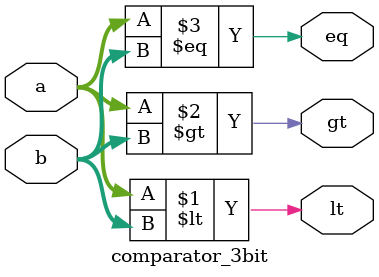
<source format=sv>
module comparator_3bit (
    input    [2:0] a,  
    input    [2:0] b,  
    output  lt,       
    output  gt,       
    output  eq       
);
    assign lt = (a < b);      
    assign gt = (a > b);      
    assign eq = (a == b);     
endmodule
</source>
